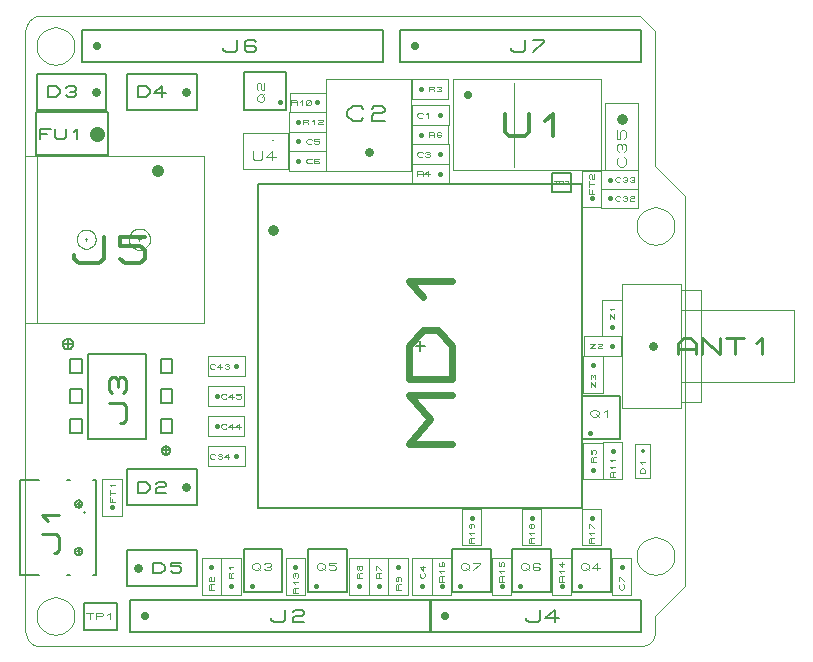
<source format=gbr>
G04 PROTEUS RS274X GERBER FILE*
%FSLAX45Y45*%
%MOMM*%
G01*
%ADD42C,0.025400*%
%ADD44C,0.127000*%
%ADD83C,0.270000*%
%ADD84C,0.239640*%
%ADD85C,0.640000*%
%ADD86C,0.177800*%
%ADD87C,0.900000*%
%ADD88C,0.613280*%
%ADD89C,0.420000*%
%ADD90C,0.067500*%
%ADD91C,1.000000*%
%ADD92C,0.379800*%
%ADD93C,0.760000*%
%ADD94C,0.149760*%
%ADD95C,1.280000*%
%ADD96C,0.142550*%
%ADD97C,0.245000*%
%ADD98C,0.720000*%
%ADD99C,0.225320*%
%ADD100C,0.684000*%
%ADD101C,0.301060*%
%ADD102C,0.180000*%
%ADD103C,0.124610*%
%ADD104C,0.914400*%
%ADD105C,0.765000*%
%ADD106C,0.202900*%
%ADD107C,0.396240*%
%ADD108C,0.103290*%
%ADD109C,0.320000*%
%ADD110C,0.067010*%
%ADD111C,0.050000*%
%ADD112C,0.088900*%
D42*
X+5492750Y+762000D02*
X+5492220Y+774958D01*
X+5487916Y+800876D01*
X+5478925Y+826794D01*
X+5464280Y+852712D01*
X+5441876Y+878466D01*
X+5415958Y+897958D01*
X+5390040Y+910530D01*
X+5364122Y+917866D01*
X+5338204Y+920694D01*
X+5334000Y+920750D01*
X+5175250Y+762000D02*
X+5175780Y+774958D01*
X+5180084Y+800876D01*
X+5189075Y+826794D01*
X+5203720Y+852712D01*
X+5226124Y+878466D01*
X+5252042Y+897958D01*
X+5277960Y+910530D01*
X+5303878Y+917866D01*
X+5329796Y+920694D01*
X+5334000Y+920750D01*
X+5175250Y+762000D02*
X+5175780Y+749042D01*
X+5180084Y+723124D01*
X+5189075Y+697206D01*
X+5203720Y+671288D01*
X+5226124Y+645534D01*
X+5252042Y+626042D01*
X+5277960Y+613470D01*
X+5303878Y+606134D01*
X+5329796Y+603306D01*
X+5334000Y+603250D01*
X+5492750Y+762000D02*
X+5492220Y+749042D01*
X+5487916Y+723124D01*
X+5478925Y+697206D01*
X+5464280Y+671288D01*
X+5441876Y+645534D01*
X+5415958Y+626042D01*
X+5390040Y+613470D01*
X+5364122Y+606134D01*
X+5338204Y+603306D01*
X+5334000Y+603250D01*
X+5492750Y+3556000D02*
X+5492220Y+3568958D01*
X+5487916Y+3594876D01*
X+5478925Y+3620794D01*
X+5464280Y+3646712D01*
X+5441876Y+3672466D01*
X+5415958Y+3691958D01*
X+5390040Y+3704530D01*
X+5364122Y+3711866D01*
X+5338204Y+3714694D01*
X+5334000Y+3714750D01*
X+5175250Y+3556000D02*
X+5175780Y+3568958D01*
X+5180084Y+3594876D01*
X+5189075Y+3620794D01*
X+5203720Y+3646712D01*
X+5226124Y+3672466D01*
X+5252042Y+3691958D01*
X+5277960Y+3704530D01*
X+5303878Y+3711866D01*
X+5329796Y+3714694D01*
X+5334000Y+3714750D01*
X+5175250Y+3556000D02*
X+5175780Y+3543042D01*
X+5180084Y+3517124D01*
X+5189075Y+3491206D01*
X+5203720Y+3465288D01*
X+5226124Y+3439534D01*
X+5252042Y+3420042D01*
X+5277960Y+3407470D01*
X+5303878Y+3400134D01*
X+5329796Y+3397306D01*
X+5334000Y+3397250D01*
X+5492750Y+3556000D02*
X+5492220Y+3543042D01*
X+5487916Y+3517124D01*
X+5478925Y+3491206D01*
X+5464280Y+3465288D01*
X+5441876Y+3439534D01*
X+5415958Y+3420042D01*
X+5390040Y+3407470D01*
X+5364122Y+3400134D01*
X+5338204Y+3397306D01*
X+5334000Y+3397250D01*
X+412750Y+5080000D02*
X+412220Y+5092958D01*
X+407916Y+5118876D01*
X+398925Y+5144794D01*
X+384280Y+5170712D01*
X+361876Y+5196466D01*
X+335958Y+5215958D01*
X+310040Y+5228530D01*
X+284122Y+5235866D01*
X+258204Y+5238694D01*
X+254000Y+5238750D01*
X+95250Y+5080000D02*
X+95780Y+5092958D01*
X+100084Y+5118876D01*
X+109075Y+5144794D01*
X+123720Y+5170712D01*
X+146124Y+5196466D01*
X+172042Y+5215958D01*
X+197960Y+5228530D01*
X+223878Y+5235866D01*
X+249796Y+5238694D01*
X+254000Y+5238750D01*
X+95250Y+5080000D02*
X+95780Y+5067042D01*
X+100084Y+5041124D01*
X+109075Y+5015206D01*
X+123720Y+4989288D01*
X+146124Y+4963534D01*
X+172042Y+4944042D01*
X+197960Y+4931470D01*
X+223878Y+4924134D01*
X+249796Y+4921306D01*
X+254000Y+4921250D01*
X+412750Y+5080000D02*
X+412220Y+5067042D01*
X+407916Y+5041124D01*
X+398925Y+5015206D01*
X+384280Y+4989288D01*
X+361876Y+4963534D01*
X+335958Y+4944042D01*
X+310040Y+4931470D01*
X+284122Y+4924134D01*
X+258204Y+4921306D01*
X+254000Y+4921250D01*
X+412750Y+254000D02*
X+412220Y+266958D01*
X+407916Y+292876D01*
X+398925Y+318794D01*
X+384280Y+344712D01*
X+361876Y+370466D01*
X+335958Y+389958D01*
X+310040Y+402530D01*
X+284122Y+409866D01*
X+258204Y+412694D01*
X+254000Y+412750D01*
X+95250Y+254000D02*
X+95780Y+266958D01*
X+100084Y+292876D01*
X+109075Y+318794D01*
X+123720Y+344712D01*
X+146124Y+370466D01*
X+172042Y+389958D01*
X+197960Y+402530D01*
X+223878Y+409866D01*
X+249796Y+412694D01*
X+254000Y+412750D01*
X+95250Y+254000D02*
X+95780Y+241042D01*
X+100084Y+215124D01*
X+109075Y+189206D01*
X+123720Y+163288D01*
X+146124Y+137534D01*
X+172042Y+118042D01*
X+197960Y+105470D01*
X+223878Y+98134D01*
X+249796Y+95306D01*
X+254000Y+95250D01*
X+412750Y+254000D02*
X+412220Y+241042D01*
X+407916Y+215124D01*
X+398925Y+189206D01*
X+384280Y+163288D01*
X+361876Y+137534D01*
X+335958Y+118042D01*
X+310040Y+105470D01*
X+284122Y+98134D01*
X+258204Y+95306D01*
X+254000Y+95250D01*
X+0Y+127000D02*
X+2527Y+101032D01*
X+9798Y+77018D01*
X+21348Y+55423D01*
X+36711Y+36711D01*
X+55423Y+21347D01*
X+77018Y+9798D01*
X+101032Y+2527D01*
X+127000Y+0D01*
X+5207000Y+0D01*
X+5232967Y+2527D01*
X+5256981Y+9798D01*
X+5278577Y+21347D01*
X+5297289Y+36711D01*
X+5312652Y+55423D01*
X+5324202Y+77018D01*
X+5331473Y+101032D01*
X+5334000Y+127000D01*
X+5334000Y+254000D01*
X+5588000Y+508000D01*
X+5588000Y+3810000D01*
X+5334000Y+4064000D01*
X+5334000Y+5207000D01*
X+5207000Y+5334000D01*
X+127000Y+5334000D01*
X+101032Y+5331473D01*
X+77018Y+5324202D01*
X+55423Y+5312652D01*
X+36711Y+5297289D01*
X+21348Y+5278577D01*
X+9798Y+5256981D01*
X+2527Y+5232967D01*
X+0Y+5207000D01*
X+0Y+127000D01*
D44*
X+480300Y+1203300D02*
X+480197Y+1205789D01*
X+479355Y+1210769D01*
X+477595Y+1215749D01*
X+474718Y+1220729D01*
X+470317Y+1225645D01*
X+465337Y+1229259D01*
X+460357Y+1231564D01*
X+455377Y+1232867D01*
X+450397Y+1233300D01*
X+450300Y+1233300D01*
X+420300Y+1203300D02*
X+420403Y+1205789D01*
X+421245Y+1210769D01*
X+423005Y+1215749D01*
X+425882Y+1220729D01*
X+430283Y+1225645D01*
X+435263Y+1229259D01*
X+440243Y+1231564D01*
X+445223Y+1232867D01*
X+450203Y+1233300D01*
X+450300Y+1233300D01*
X+420300Y+1203300D02*
X+420403Y+1200811D01*
X+421245Y+1195831D01*
X+423005Y+1190851D01*
X+425882Y+1185871D01*
X+430283Y+1180955D01*
X+435263Y+1177341D01*
X+440243Y+1175036D01*
X+445223Y+1173733D01*
X+450203Y+1173300D01*
X+450300Y+1173300D01*
X+480300Y+1203300D02*
X+480197Y+1200811D01*
X+479355Y+1195831D01*
X+477595Y+1190851D01*
X+474718Y+1185871D01*
X+470317Y+1180955D01*
X+465337Y+1177341D01*
X+460357Y+1175036D01*
X+455377Y+1173733D01*
X+450397Y+1173300D01*
X+450300Y+1173300D01*
X+480300Y+803300D02*
X+480197Y+805789D01*
X+479355Y+810769D01*
X+477595Y+815749D01*
X+474718Y+820729D01*
X+470317Y+825645D01*
X+465337Y+829259D01*
X+460357Y+831564D01*
X+455377Y+832867D01*
X+450397Y+833300D01*
X+450300Y+833300D01*
X+420300Y+803300D02*
X+420403Y+805789D01*
X+421245Y+810769D01*
X+423005Y+815749D01*
X+425882Y+820729D01*
X+430283Y+825645D01*
X+435263Y+829259D01*
X+440243Y+831564D01*
X+445223Y+832867D01*
X+450203Y+833300D01*
X+450300Y+833300D01*
X+420300Y+803300D02*
X+420403Y+800811D01*
X+421245Y+795831D01*
X+423005Y+790851D01*
X+425882Y+785871D01*
X+430283Y+780955D01*
X+435263Y+777341D01*
X+440243Y+775036D01*
X+445223Y+773733D01*
X+450203Y+773300D01*
X+450300Y+773300D01*
X+480300Y+803300D02*
X+480197Y+800811D01*
X+479355Y+795831D01*
X+477595Y+790851D01*
X+474718Y+785871D01*
X+470317Y+780955D01*
X+465337Y+777341D01*
X+460357Y+775036D01*
X+455377Y+773733D01*
X+450397Y+773300D01*
X+450300Y+773300D01*
X+115300Y+1403300D02*
X-44700Y+1403300D01*
X-44700Y+603300D01*
X+115300Y+603300D01*
X+355300Y+603300D02*
X+375300Y+603300D01*
X+595300Y+603300D02*
X+595300Y+1403300D01*
X+450300Y+818300D02*
X+450300Y+788300D01*
X+465300Y+803300D02*
X+435300Y+803300D01*
X+450300Y+1218300D02*
X+450300Y+1188300D01*
X+465300Y+1203300D02*
X+435300Y+1203300D01*
X+575300Y+603300D02*
X+595300Y+603300D01*
X+575300Y+1403300D02*
X+595300Y+1403300D01*
X+355300Y+1403300D02*
X+375300Y+1403300D01*
D83*
X+495300Y+1133300D02*
X+495300Y+1133300D01*
D84*
X+239340Y+787619D02*
X+263305Y+787619D01*
X+287269Y+814579D01*
X+287269Y+922419D01*
X+263305Y+949379D01*
X+143482Y+949379D01*
X+191411Y+1057220D02*
X+143482Y+1111140D01*
X+287269Y+1111140D01*
D42*
X+480300Y+803300D02*
X+480197Y+805789D01*
X+479355Y+810769D01*
X+477595Y+815749D01*
X+474718Y+820729D01*
X+470317Y+825645D01*
X+465337Y+829259D01*
X+460357Y+831564D01*
X+455377Y+832867D01*
X+450397Y+833300D01*
X+450300Y+833300D01*
X+420300Y+803300D02*
X+420403Y+805789D01*
X+421245Y+810769D01*
X+423005Y+815749D01*
X+425882Y+820729D01*
X+430283Y+825645D01*
X+435263Y+829259D01*
X+440243Y+831564D01*
X+445223Y+832867D01*
X+450203Y+833300D01*
X+450300Y+833300D01*
X+420300Y+803300D02*
X+420403Y+800811D01*
X+421245Y+795831D01*
X+423005Y+790851D01*
X+425882Y+785871D01*
X+430283Y+780955D01*
X+435263Y+777341D01*
X+440243Y+775036D01*
X+445223Y+773733D01*
X+450203Y+773300D01*
X+450300Y+773300D01*
X+480300Y+803300D02*
X+480197Y+800811D01*
X+479355Y+795831D01*
X+477595Y+790851D01*
X+474718Y+785871D01*
X+470317Y+780955D01*
X+465337Y+777341D01*
X+460357Y+775036D01*
X+455377Y+773733D01*
X+450397Y+773300D01*
X+450300Y+773300D01*
X+480300Y+1203300D02*
X+480197Y+1205789D01*
X+479355Y+1210769D01*
X+477595Y+1215749D01*
X+474718Y+1220729D01*
X+470317Y+1225645D01*
X+465337Y+1229259D01*
X+460357Y+1231564D01*
X+455377Y+1232867D01*
X+450397Y+1233300D01*
X+450300Y+1233300D01*
X+420300Y+1203300D02*
X+420403Y+1205789D01*
X+421245Y+1210769D01*
X+423005Y+1215749D01*
X+425882Y+1220729D01*
X+430283Y+1225645D01*
X+435263Y+1229259D01*
X+440243Y+1231564D01*
X+445223Y+1232867D01*
X+450203Y+1233300D01*
X+450300Y+1233300D01*
X+420300Y+1203300D02*
X+420403Y+1200811D01*
X+421245Y+1195831D01*
X+423005Y+1190851D01*
X+425882Y+1185871D01*
X+430283Y+1180955D01*
X+435263Y+1177341D01*
X+440243Y+1175036D01*
X+445223Y+1173733D01*
X+450203Y+1173300D01*
X+450300Y+1173300D01*
X+480300Y+1203300D02*
X+480197Y+1200811D01*
X+479355Y+1195831D01*
X+477595Y+1190851D01*
X+474718Y+1185871D01*
X+470317Y+1180955D01*
X+465337Y+1177341D01*
X+460357Y+1175036D01*
X+455377Y+1173733D01*
X+450397Y+1173300D01*
X+450300Y+1173300D01*
D44*
X+882650Y+120650D02*
X+3435350Y+120650D01*
X+3435350Y+387350D01*
X+882650Y+387350D01*
X+882650Y+120650D01*
D85*
X+1016000Y+254000D02*
X+1016000Y+254000D01*
D86*
X+2081655Y+236220D02*
X+2081655Y+218440D01*
X+2101657Y+200660D01*
X+2181667Y+200660D01*
X+2201670Y+218440D01*
X+2201670Y+307340D01*
X+2261677Y+289560D02*
X+2281680Y+307340D01*
X+2341687Y+307340D01*
X+2361690Y+289560D01*
X+2361690Y+271780D01*
X+2341687Y+254000D01*
X+2281680Y+254000D01*
X+2261677Y+236220D01*
X+2261677Y+200660D01*
X+2361690Y+200660D01*
D44*
X+3422650Y+120650D02*
X+5213350Y+120650D01*
X+5213350Y+387350D01*
X+3422650Y+387350D01*
X+3422650Y+120650D01*
D85*
X+3556000Y+254000D02*
X+3556000Y+254000D01*
D86*
X+4240655Y+236220D02*
X+4240655Y+218440D01*
X+4260657Y+200660D01*
X+4340667Y+200660D01*
X+4360670Y+218440D01*
X+4360670Y+307340D01*
X+4520690Y+236220D02*
X+4400675Y+236220D01*
X+4480685Y+307340D01*
X+4480685Y+200660D01*
D44*
X+476250Y+4946650D02*
X+3028950Y+4946650D01*
X+3028950Y+5213350D01*
X+476250Y+5213350D01*
X+476250Y+4946650D01*
D85*
X+609600Y+5080000D02*
X+609600Y+5080000D01*
D86*
X+1675255Y+5062220D02*
X+1675255Y+5044440D01*
X+1695257Y+5026660D01*
X+1775267Y+5026660D01*
X+1795270Y+5044440D01*
X+1795270Y+5133340D01*
X+1955290Y+5115560D02*
X+1935287Y+5133340D01*
X+1875280Y+5133340D01*
X+1855277Y+5115560D01*
X+1855277Y+5044440D01*
X+1875280Y+5026660D01*
X+1935287Y+5026660D01*
X+1955290Y+5044440D01*
X+1955290Y+5062220D01*
X+1935287Y+5080000D01*
X+1855277Y+5080000D01*
D44*
X+3168650Y+4946650D02*
X+5213350Y+4946650D01*
X+5213350Y+5213350D01*
X+3168650Y+5213350D01*
X+3168650Y+4946650D01*
D85*
X+3302000Y+5080000D02*
X+3302000Y+5080000D01*
D86*
X+4113655Y+5062220D02*
X+4113655Y+5044440D01*
X+4133657Y+5026660D01*
X+4213667Y+5026660D01*
X+4233670Y+5044440D01*
X+4233670Y+5133340D01*
X+4293677Y+5133340D02*
X+4393690Y+5133340D01*
X+4393690Y+5115560D01*
X+4293677Y+5026660D01*
D44*
X+3303400Y+2540000D02*
X+3383400Y+2540000D01*
X+3343400Y+2580000D02*
X+3343400Y+2500000D01*
X+1973400Y+1170000D02*
X+4713400Y+1170000D01*
X+4713400Y+3910000D01*
X+1973400Y+3910000D01*
X+1973400Y+1170000D01*
D87*
X+2094200Y+3520000D02*
X+2094200Y+3520000D01*
D88*
X+3613461Y+1712065D02*
X+3245490Y+1712065D01*
X+3429475Y+1919048D01*
X+3245490Y+2126032D01*
X+3613461Y+2126032D01*
X+3613461Y+2264022D02*
X+3245490Y+2264022D01*
X+3245490Y+2540000D01*
X+3368147Y+2677989D01*
X+3490804Y+2677989D01*
X+3613461Y+2540000D01*
X+3613461Y+2264022D01*
X+3368147Y+2953968D02*
X+3245490Y+3091957D01*
X+3613461Y+3091957D01*
D42*
X+651755Y+1102100D02*
X+816855Y+1102100D01*
X+816855Y+1413250D01*
X+651755Y+1413250D01*
X+651755Y+1102100D01*
D89*
X+734300Y+1178300D02*
X+734300Y+1178300D01*
D90*
X+754557Y+1215778D02*
X+714054Y+1215778D01*
X+714054Y+1261344D01*
X+734305Y+1215778D02*
X+734305Y+1246155D01*
X+714054Y+1276533D02*
X+714054Y+1322099D01*
X+714054Y+1299316D02*
X+754557Y+1299316D01*
X+727555Y+1352476D02*
X+714054Y+1367665D01*
X+754557Y+1367665D01*
D42*
X-300Y+2738900D02*
X+1509700Y+2738900D01*
X+1509700Y+4148900D01*
X-300Y+4148900D01*
X-300Y+2738900D01*
X+594700Y+3443900D02*
X+594428Y+3450496D01*
X+592214Y+3463690D01*
X+587584Y+3476884D01*
X+580027Y+3490078D01*
X+568465Y+3503140D01*
X+555271Y+3512849D01*
X+542077Y+3519070D01*
X+528883Y+3522633D01*
X+515689Y+3523894D01*
X+514700Y+3523900D01*
X+434700Y+3443900D02*
X+434972Y+3450496D01*
X+437186Y+3463690D01*
X+441816Y+3476884D01*
X+449373Y+3490078D01*
X+460935Y+3503140D01*
X+474129Y+3512849D01*
X+487323Y+3519070D01*
X+500517Y+3522633D01*
X+513711Y+3523894D01*
X+514700Y+3523900D01*
X+434700Y+3443900D02*
X+434972Y+3437304D01*
X+437186Y+3424110D01*
X+441816Y+3410916D01*
X+449373Y+3397722D01*
X+460935Y+3384660D01*
X+474129Y+3374951D01*
X+487323Y+3368730D01*
X+500517Y+3365167D01*
X+513711Y+3363906D01*
X+514700Y+3363900D01*
X+594700Y+3443900D02*
X+594428Y+3437304D01*
X+592214Y+3424110D01*
X+587584Y+3410916D01*
X+580027Y+3397722D01*
X+568465Y+3384660D01*
X+555271Y+3374951D01*
X+542077Y+3368730D01*
X+528883Y+3365167D01*
X+515689Y+3363906D01*
X+514700Y+3363900D01*
X+1054700Y+3443900D02*
X+1054394Y+3451311D01*
X+1051910Y+3466135D01*
X+1046716Y+3480959D01*
X+1038240Y+3495783D01*
X+1025272Y+3510466D01*
X+1010448Y+3521406D01*
X+995624Y+3528420D01*
X+980800Y+3532448D01*
X+965976Y+3533891D01*
X+964700Y+3533900D01*
X+874700Y+3443900D02*
X+875006Y+3451311D01*
X+877490Y+3466135D01*
X+882684Y+3480959D01*
X+891160Y+3495783D01*
X+904128Y+3510466D01*
X+918952Y+3521406D01*
X+933776Y+3528420D01*
X+948600Y+3532448D01*
X+963424Y+3533891D01*
X+964700Y+3533900D01*
X+874700Y+3443900D02*
X+875006Y+3436489D01*
X+877490Y+3421665D01*
X+882684Y+3406841D01*
X+891160Y+3392017D01*
X+904128Y+3377334D01*
X+918952Y+3366394D01*
X+933776Y+3359380D01*
X+948600Y+3355352D01*
X+963424Y+3353909D01*
X+964700Y+3353900D01*
X+1054700Y+3443900D02*
X+1054394Y+3436489D01*
X+1051910Y+3421665D01*
X+1046716Y+3406841D01*
X+1038240Y+3392017D01*
X+1025272Y+3377334D01*
X+1010448Y+3366394D01*
X+995624Y+3359380D01*
X+980800Y+3355352D01*
X+965976Y+3353909D01*
X+964700Y+3353900D01*
X+964700Y+3453900D02*
X+964700Y+3433900D01*
X+954700Y+3443900D02*
X+974700Y+3443900D01*
X+514700Y+3453900D02*
X+514700Y+3433900D01*
X+504700Y+3443900D02*
X+524700Y+3443900D01*
X+95600Y+2742550D02*
X+95600Y+4145900D01*
D91*
X+1124700Y+4018900D02*
X+1124700Y+4018900D01*
D92*
X+412877Y+3315284D02*
X+412877Y+3277304D01*
X+455604Y+3239323D01*
X+626516Y+3239323D01*
X+669244Y+3277304D01*
X+669244Y+3467206D01*
X+1011067Y+3467206D02*
X+797427Y+3467206D01*
X+797427Y+3391245D01*
X+968339Y+3391245D01*
X+1011067Y+3353265D01*
X+1011067Y+3277304D01*
X+968339Y+3239323D01*
X+840155Y+3239323D01*
X+797427Y+3277304D01*
D44*
X+860200Y+1193250D02*
X+1450200Y+1193250D01*
X+1450200Y+1495950D01*
X+860200Y+1495950D01*
X+860200Y+1193250D01*
D93*
X+1360200Y+1344600D02*
X+1360200Y+1344600D01*
D94*
X+956411Y+1299670D02*
X+956411Y+1389529D01*
X+1023805Y+1389529D01*
X+1057502Y+1359576D01*
X+1057502Y+1329623D01*
X+1023805Y+1299670D01*
X+956411Y+1299670D01*
X+1108048Y+1374553D02*
X+1124897Y+1389529D01*
X+1175443Y+1389529D01*
X+1192291Y+1374553D01*
X+1192291Y+1359576D01*
X+1175443Y+1344600D01*
X+1124897Y+1344600D01*
X+1108048Y+1329623D01*
X+1108048Y+1299670D01*
X+1192291Y+1299670D01*
D42*
X+594700Y+3443900D02*
X+594428Y+3450496D01*
X+592214Y+3463690D01*
X+587584Y+3476884D01*
X+580027Y+3490078D01*
X+568465Y+3503140D01*
X+555271Y+3512849D01*
X+542077Y+3519070D01*
X+528883Y+3522633D01*
X+515689Y+3523894D01*
X+514700Y+3523900D01*
X+434700Y+3443900D02*
X+434972Y+3450496D01*
X+437186Y+3463690D01*
X+441816Y+3476884D01*
X+449373Y+3490078D01*
X+460935Y+3503140D01*
X+474129Y+3512849D01*
X+487323Y+3519070D01*
X+500517Y+3522633D01*
X+513711Y+3523894D01*
X+514700Y+3523900D01*
X+434700Y+3443900D02*
X+434972Y+3437304D01*
X+437186Y+3424110D01*
X+441816Y+3410916D01*
X+449373Y+3397722D01*
X+460935Y+3384660D01*
X+474129Y+3374951D01*
X+487323Y+3368730D01*
X+500517Y+3365167D01*
X+513711Y+3363906D01*
X+514700Y+3363900D01*
X+594700Y+3443900D02*
X+594428Y+3437304D01*
X+592214Y+3424110D01*
X+587584Y+3410916D01*
X+580027Y+3397722D01*
X+568465Y+3384660D01*
X+555271Y+3374951D01*
X+542077Y+3368730D01*
X+528883Y+3365167D01*
X+515689Y+3363906D01*
X+514700Y+3363900D01*
X+1054700Y+3443900D02*
X+1054394Y+3451311D01*
X+1051910Y+3466135D01*
X+1046716Y+3480959D01*
X+1038240Y+3495783D01*
X+1025272Y+3510466D01*
X+1010448Y+3521406D01*
X+995624Y+3528420D01*
X+980800Y+3532448D01*
X+965976Y+3533891D01*
X+964700Y+3533900D01*
X+874700Y+3443900D02*
X+875006Y+3451311D01*
X+877490Y+3466135D01*
X+882684Y+3480959D01*
X+891160Y+3495783D01*
X+904128Y+3510466D01*
X+918952Y+3521406D01*
X+933776Y+3528420D01*
X+948600Y+3532448D01*
X+963424Y+3533891D01*
X+964700Y+3533900D01*
X+874700Y+3443900D02*
X+875006Y+3436489D01*
X+877490Y+3421665D01*
X+882684Y+3406841D01*
X+891160Y+3392017D01*
X+904128Y+3377334D01*
X+918952Y+3366394D01*
X+933776Y+3359380D01*
X+948600Y+3355352D01*
X+963424Y+3353909D01*
X+964700Y+3353900D01*
X+1054700Y+3443900D02*
X+1054394Y+3436489D01*
X+1051910Y+3421665D01*
X+1046716Y+3406841D01*
X+1038240Y+3392017D01*
X+1025272Y+3377334D01*
X+1010448Y+3366394D01*
X+995624Y+3359380D01*
X+980800Y+3355352D01*
X+965976Y+3353909D01*
X+964700Y+3353900D01*
D44*
X+90050Y+4158700D02*
X+700050Y+4158700D01*
X+700050Y+4518700D01*
X+90050Y+4518700D01*
X+90050Y+4158700D01*
D95*
X+605050Y+4338700D02*
X+605050Y+4338700D01*
D96*
X+119933Y+4295935D02*
X+119933Y+4381465D01*
X+216154Y+4381465D01*
X+119933Y+4338700D02*
X+184080Y+4338700D01*
X+248228Y+4381465D02*
X+248228Y+4310190D01*
X+264264Y+4295935D01*
X+328412Y+4295935D01*
X+344449Y+4310190D01*
X+344449Y+4381465D01*
X+408596Y+4352955D02*
X+440670Y+4381465D01*
X+440670Y+4295935D01*
D44*
X+95050Y+4542950D02*
X+685050Y+4542950D01*
X+685050Y+4845650D01*
X+95050Y+4845650D01*
X+95050Y+4542950D01*
D93*
X+595050Y+4694300D02*
X+595050Y+4694300D01*
D94*
X+191261Y+4649370D02*
X+191261Y+4739229D01*
X+258655Y+4739229D01*
X+292352Y+4709276D01*
X+292352Y+4679323D01*
X+258655Y+4649370D01*
X+191261Y+4649370D01*
X+342898Y+4724253D02*
X+359747Y+4739229D01*
X+410293Y+4739229D01*
X+427141Y+4724253D01*
X+427141Y+4709276D01*
X+410293Y+4694300D01*
X+427141Y+4679323D01*
X+427141Y+4664346D01*
X+410293Y+4649370D01*
X+359747Y+4649370D01*
X+342898Y+4664346D01*
X+376595Y+4694300D02*
X+410293Y+4694300D01*
D44*
X+1225050Y+1656200D02*
X+1224929Y+1659102D01*
X+1223949Y+1664908D01*
X+1221899Y+1670714D01*
X+1218547Y+1676520D01*
X+1213421Y+1682254D01*
X+1207615Y+1686473D01*
X+1201809Y+1689166D01*
X+1196003Y+1690690D01*
X+1190197Y+1691200D01*
X+1190050Y+1691200D01*
X+1155050Y+1656200D02*
X+1155171Y+1659102D01*
X+1156151Y+1664908D01*
X+1158201Y+1670714D01*
X+1161553Y+1676520D01*
X+1166679Y+1682254D01*
X+1172485Y+1686473D01*
X+1178291Y+1689166D01*
X+1184097Y+1690690D01*
X+1189903Y+1691200D01*
X+1190050Y+1691200D01*
X+1155050Y+1656200D02*
X+1155171Y+1653298D01*
X+1156151Y+1647492D01*
X+1158201Y+1641686D01*
X+1161553Y+1635880D01*
X+1166679Y+1630146D01*
X+1172485Y+1625927D01*
X+1178291Y+1623234D01*
X+1184097Y+1621710D01*
X+1189903Y+1621200D01*
X+1190050Y+1621200D01*
X+1225050Y+1656200D02*
X+1224929Y+1653298D01*
X+1223949Y+1647492D01*
X+1221899Y+1641686D01*
X+1218547Y+1635880D01*
X+1213421Y+1630146D01*
X+1207615Y+1625927D01*
X+1201809Y+1623234D01*
X+1196003Y+1621710D01*
X+1190197Y+1621200D01*
X+1190050Y+1621200D01*
X+1190050Y+1691200D02*
X+1190050Y+1621200D01*
X+1225050Y+1656200D02*
X+1155050Y+1656200D01*
X+405050Y+2556200D02*
X+404895Y+2559927D01*
X+403639Y+2567382D01*
X+401009Y+2574837D01*
X+396713Y+2582292D01*
X+390143Y+2589658D01*
X+382688Y+2595091D01*
X+375233Y+2598561D01*
X+367778Y+2600531D01*
X+360323Y+2601199D01*
X+360050Y+2601200D01*
X+315050Y+2556200D02*
X+315205Y+2559927D01*
X+316461Y+2567382D01*
X+319091Y+2574837D01*
X+323387Y+2582292D01*
X+329957Y+2589658D01*
X+337412Y+2595091D01*
X+344867Y+2598561D01*
X+352322Y+2600531D01*
X+359777Y+2601199D01*
X+360050Y+2601200D01*
X+315050Y+2556200D02*
X+315205Y+2552473D01*
X+316461Y+2545018D01*
X+319091Y+2537563D01*
X+323387Y+2530108D01*
X+329957Y+2522742D01*
X+337412Y+2517309D01*
X+344867Y+2513839D01*
X+352322Y+2511869D01*
X+359777Y+2511201D01*
X+360050Y+2511200D01*
X+405050Y+2556200D02*
X+404895Y+2552473D01*
X+403639Y+2545018D01*
X+401009Y+2537563D01*
X+396713Y+2530108D01*
X+390143Y+2522742D01*
X+382688Y+2517309D01*
X+375233Y+2513839D01*
X+367778Y+2511869D01*
X+360323Y+2511201D01*
X+360050Y+2511200D01*
X+360050Y+2601200D02*
X+360050Y+2511200D01*
X+405050Y+2556200D02*
X+315050Y+2556200D01*
X+530050Y+1756200D02*
X+1020050Y+1756200D01*
X+1020050Y+2476200D01*
X+530050Y+2476200D01*
X+530050Y+1756200D01*
X+380050Y+2310200D02*
X+480050Y+2310200D01*
X+480050Y+2430200D01*
X+380050Y+2430200D01*
X+380050Y+2310200D01*
X+380050Y+1802200D02*
X+480050Y+1802200D01*
X+480050Y+1922200D01*
X+380050Y+1922200D01*
X+380050Y+1802200D01*
X+1145050Y+1802200D02*
X+1245050Y+1802200D01*
X+1245050Y+1922200D01*
X+1145050Y+1922200D01*
X+1145050Y+1802200D01*
X+380050Y+2056200D02*
X+480050Y+2056200D01*
X+480050Y+2176200D01*
X+380050Y+2176200D01*
X+380050Y+2056200D01*
X+1145050Y+2056200D02*
X+1245050Y+2056200D01*
X+1245050Y+2176200D01*
X+1145050Y+2176200D01*
X+1145050Y+2056200D01*
X+1145050Y+2310200D02*
X+1245050Y+2310200D01*
X+1245050Y+2430200D01*
X+1145050Y+2430200D01*
X+1145050Y+2310200D01*
D97*
X+804550Y+1890700D02*
X+829050Y+1890700D01*
X+853550Y+1918262D01*
X+853550Y+2028512D01*
X+829050Y+2056075D01*
X+706550Y+2056075D01*
X+731050Y+2138762D02*
X+706550Y+2166325D01*
X+706550Y+2249012D01*
X+731050Y+2276575D01*
X+755550Y+2276575D01*
X+780050Y+2249012D01*
X+804550Y+2276575D01*
X+829050Y+2276575D01*
X+853550Y+2249012D01*
X+853550Y+2166325D01*
X+829050Y+2138762D01*
X+780050Y+2193887D02*
X+780050Y+2249012D01*
D42*
X+5047450Y+2013500D02*
X+5552450Y+2013500D01*
X+5552450Y+3066500D01*
X+5047450Y+3066500D01*
X+5047450Y+2013500D01*
X+5552450Y+2063500D02*
X+5717450Y+2063500D01*
X+5717450Y+3016500D01*
X+5552450Y+3016500D01*
X+5552450Y+2063500D01*
X+5552450Y+2238500D02*
X+6505450Y+2238500D01*
X+6505450Y+2841500D01*
X+5552450Y+2841500D01*
X+5552450Y+2238500D01*
D98*
X+5314950Y+2540000D02*
X+5314950Y+2540000D01*
D99*
X+5523257Y+2472403D02*
X+5523257Y+2562532D01*
X+5573954Y+2607596D01*
X+5624651Y+2607596D01*
X+5675348Y+2562532D01*
X+5675348Y+2472403D01*
X+5523257Y+2517467D02*
X+5675348Y+2517467D01*
X+5726046Y+2472403D02*
X+5726046Y+2607596D01*
X+5878137Y+2472403D01*
X+5878137Y+2607596D01*
X+5928835Y+2607596D02*
X+6080926Y+2607596D01*
X+6004880Y+2607596D02*
X+6004880Y+2472403D01*
X+6182321Y+2562532D02*
X+6233018Y+2607596D01*
X+6233018Y+2472403D01*
D42*
X+4883155Y+2622550D02*
X+5048255Y+2622550D01*
X+5048255Y+2933700D01*
X+4883155Y+2933700D01*
X+4883155Y+2622550D01*
D89*
X+4965700Y+2698750D02*
X+4965700Y+2698750D01*
D90*
X+4945454Y+2766605D02*
X+4945454Y+2812171D01*
X+4985957Y+2766605D01*
X+4985957Y+2812171D01*
X+4958955Y+2842548D02*
X+4945454Y+2857737D01*
X+4985957Y+2857737D01*
D42*
X+4730750Y+2457455D02*
X+5041900Y+2457455D01*
X+5041900Y+2622555D01*
X+4730750Y+2622555D01*
X+4730750Y+2457455D01*
D89*
X+4965700Y+2540000D02*
X+4965700Y+2540000D01*
D90*
X+4776335Y+2560256D02*
X+4821901Y+2560256D01*
X+4776335Y+2519753D01*
X+4821901Y+2519753D01*
X+4844684Y+2553506D02*
X+4852278Y+2560256D01*
X+4875061Y+2560256D01*
X+4882656Y+2553506D01*
X+4882656Y+2546755D01*
X+4875061Y+2540005D01*
X+4852278Y+2540005D01*
X+4844684Y+2533254D01*
X+4844684Y+2519753D01*
X+4882656Y+2519753D01*
D42*
X+4723145Y+2146300D02*
X+4888245Y+2146300D01*
X+4888245Y+2457450D01*
X+4723145Y+2457450D01*
X+4723145Y+2146300D01*
D89*
X+4805700Y+2381250D02*
X+4805700Y+2381250D01*
D90*
X+4785444Y+2191885D02*
X+4785444Y+2237451D01*
X+4825947Y+2191885D01*
X+4825947Y+2237451D01*
X+4792194Y+2260234D02*
X+4785444Y+2267828D01*
X+4785444Y+2290611D01*
X+4792194Y+2298206D01*
X+4798945Y+2298206D01*
X+4805695Y+2290611D01*
X+4812446Y+2298206D01*
X+4819197Y+2298206D01*
X+4825947Y+2290611D01*
X+4825947Y+2267828D01*
X+4819197Y+2260234D01*
X+4805695Y+2275423D02*
X+4805695Y+2290611D01*
D42*
X+1544100Y+2287655D02*
X+1855250Y+2287655D01*
X+1855250Y+2452755D01*
X+1544100Y+2452755D01*
X+1544100Y+2287655D01*
D89*
X+1779050Y+2370200D02*
X+1779050Y+2370200D01*
D90*
X+1604874Y+2356703D02*
X+1597279Y+2349953D01*
X+1574496Y+2349953D01*
X+1559308Y+2363454D01*
X+1559308Y+2376955D01*
X+1574496Y+2390456D01*
X+1597279Y+2390456D01*
X+1604874Y+2383706D01*
X+1665629Y+2363454D02*
X+1620063Y+2363454D01*
X+1650440Y+2390456D01*
X+1650440Y+2349953D01*
X+1688412Y+2383706D02*
X+1696006Y+2390456D01*
X+1718789Y+2390456D01*
X+1726384Y+2383706D01*
X+1726384Y+2376955D01*
X+1718789Y+2370205D01*
X+1726384Y+2363454D01*
X+1726384Y+2356703D01*
X+1718789Y+2349953D01*
X+1696006Y+2349953D01*
X+1688412Y+2356703D01*
X+1703601Y+2370205D02*
X+1718789Y+2370205D01*
D42*
X+1542850Y+1779645D02*
X+1854000Y+1779645D01*
X+1854000Y+1944745D01*
X+1542850Y+1944745D01*
X+1542850Y+1779645D01*
D89*
X+1619050Y+1862200D02*
X+1619050Y+1862200D01*
D90*
X+1702094Y+1848693D02*
X+1694499Y+1841943D01*
X+1671716Y+1841943D01*
X+1656528Y+1855444D01*
X+1656528Y+1868945D01*
X+1671716Y+1882446D01*
X+1694499Y+1882446D01*
X+1702094Y+1875696D01*
X+1762849Y+1855444D02*
X+1717283Y+1855444D01*
X+1747660Y+1882446D01*
X+1747660Y+1841943D01*
X+1823604Y+1855444D02*
X+1778038Y+1855444D01*
X+1808415Y+1882446D01*
X+1808415Y+1841943D01*
D42*
X+1542850Y+2033645D02*
X+1854000Y+2033645D01*
X+1854000Y+2198745D01*
X+1542850Y+2198745D01*
X+1542850Y+2033645D01*
D89*
X+1619050Y+2116200D02*
X+1619050Y+2116200D01*
D90*
X+1702094Y+2102693D02*
X+1694499Y+2095943D01*
X+1671716Y+2095943D01*
X+1656528Y+2109444D01*
X+1656528Y+2122945D01*
X+1671716Y+2136446D01*
X+1694499Y+2136446D01*
X+1702094Y+2129696D01*
X+1762849Y+2109444D02*
X+1717283Y+2109444D01*
X+1747660Y+2136446D01*
X+1747660Y+2095943D01*
X+1823604Y+2136446D02*
X+1785632Y+2136446D01*
X+1785632Y+2122945D01*
X+1816009Y+2122945D01*
X+1823604Y+2116195D01*
X+1823604Y+2102693D01*
X+1816009Y+2095943D01*
X+1793226Y+2095943D01*
X+1785632Y+2102693D01*
D42*
X+1544100Y+1525655D02*
X+1855250Y+1525655D01*
X+1855250Y+1690755D01*
X+1544100Y+1690755D01*
X+1544100Y+1525655D01*
D89*
X+1779050Y+1608200D02*
X+1779050Y+1608200D01*
D90*
X+1604874Y+1594703D02*
X+1597279Y+1587953D01*
X+1574496Y+1587953D01*
X+1559308Y+1601454D01*
X+1559308Y+1614955D01*
X+1574496Y+1628456D01*
X+1597279Y+1628456D01*
X+1604874Y+1621706D01*
X+1627657Y+1621706D02*
X+1635251Y+1628456D01*
X+1658034Y+1628456D01*
X+1665629Y+1621706D01*
X+1665629Y+1614955D01*
X+1658034Y+1608205D01*
X+1665629Y+1601454D01*
X+1665629Y+1594703D01*
X+1658034Y+1587953D01*
X+1635251Y+1587953D01*
X+1627657Y+1594703D01*
X+1642846Y+1608205D02*
X+1658034Y+1608205D01*
X+1726384Y+1601454D02*
X+1680818Y+1601454D01*
X+1711195Y+1628456D01*
X+1711195Y+1587953D01*
D42*
X+3616250Y+4027300D02*
X+4873250Y+4027300D01*
X+4873250Y+4797300D01*
X+3616250Y+4797300D01*
X+3616250Y+4027300D01*
X+4132900Y+4767900D02*
X+4132900Y+4056700D01*
D100*
X+3747500Y+4666300D02*
X+3747500Y+4666300D01*
D101*
X+4057156Y+4502618D02*
X+4057156Y+4352088D01*
X+4091025Y+4321982D01*
X+4226502Y+4321982D01*
X+4260371Y+4352088D01*
X+4260371Y+4502618D01*
X+4395848Y+4442406D02*
X+4463587Y+4502618D01*
X+4463587Y+4321982D01*
D42*
X+1843100Y+4040900D02*
X+2227100Y+4040900D01*
X+2227100Y+4344900D01*
X+1843100Y+4344900D01*
X+1843100Y+4040900D01*
D102*
X+2095100Y+4282900D02*
X+2095100Y+4282900D01*
D103*
X+1922949Y+4194149D02*
X+1922949Y+4131842D01*
X+1936967Y+4119381D01*
X+1993043Y+4119381D01*
X+2007062Y+4131842D01*
X+2007062Y+4194149D01*
X+2119213Y+4144304D02*
X+2035100Y+4144304D01*
X+2091175Y+4194149D01*
X+2091175Y+4119381D01*
D42*
X+4904800Y+4032150D02*
X+5189800Y+4032150D01*
X+5189800Y+4597150D01*
X+4904800Y+4597150D01*
X+4904800Y+4032150D01*
D104*
X+5047300Y+4464650D02*
X+5047300Y+4464650D01*
D103*
X+5072324Y+4140452D02*
X+5084835Y+4126376D01*
X+5084835Y+4084150D01*
X+5059812Y+4055999D01*
X+5034789Y+4055999D01*
X+5009766Y+4084150D01*
X+5009766Y+4126376D01*
X+5022277Y+4140452D01*
X+5022277Y+4182678D02*
X+5009766Y+4196754D01*
X+5009766Y+4238980D01*
X+5022277Y+4253056D01*
X+5034789Y+4253056D01*
X+5047300Y+4238980D01*
X+5059812Y+4253056D01*
X+5072324Y+4253056D01*
X+5084835Y+4238980D01*
X+5084835Y+4196754D01*
X+5072324Y+4182678D01*
X+5047300Y+4210829D02*
X+5047300Y+4238980D01*
X+5009766Y+4365660D02*
X+5009766Y+4295282D01*
X+5034789Y+4295282D01*
X+5034789Y+4351584D01*
X+5047300Y+4365660D01*
X+5072324Y+4365660D01*
X+5084835Y+4351584D01*
X+5084835Y+4309358D01*
X+5072324Y+4295282D01*
D42*
X+2548050Y+4020900D02*
X+3268050Y+4020900D01*
X+3268050Y+4800900D01*
X+2548050Y+4800900D01*
X+2548050Y+4020900D01*
D105*
X+2908050Y+4180900D02*
X+2908050Y+4180900D01*
D106*
X+2862396Y+4470079D02*
X+2839570Y+4449788D01*
X+2771090Y+4449788D01*
X+2725437Y+4490369D01*
X+2725437Y+4530950D01*
X+2771090Y+4571531D01*
X+2839570Y+4571531D01*
X+2862396Y+4551240D01*
X+2930876Y+4551240D02*
X+2953703Y+4571531D01*
X+3022183Y+4571531D01*
X+3045009Y+4551240D01*
X+3045009Y+4530950D01*
X+3022183Y+4510660D01*
X+2953703Y+4510660D01*
X+2930876Y+4490369D01*
X+2930876Y+4449788D01*
X+3045009Y+4449788D01*
D42*
X+4710755Y+3713800D02*
X+4875855Y+3713800D01*
X+4875855Y+4024950D01*
X+4710755Y+4024950D01*
X+4710755Y+3713800D01*
D89*
X+4793300Y+3790000D02*
X+4793300Y+3790000D01*
D90*
X+4813557Y+3827478D02*
X+4773054Y+3827478D01*
X+4773054Y+3873044D01*
X+4793305Y+3827478D02*
X+4793305Y+3857855D01*
X+4773054Y+3888233D02*
X+4773054Y+3933799D01*
X+4773054Y+3911016D02*
X+4813557Y+3911016D01*
X+4779804Y+3956582D02*
X+4773054Y+3964176D01*
X+4773054Y+3986959D01*
X+4779804Y+3994554D01*
X+4786555Y+3994554D01*
X+4793305Y+3986959D01*
X+4793305Y+3964176D01*
X+4800056Y+3956582D01*
X+4813557Y+3956582D01*
X+4813557Y+3994554D01*
D42*
X+4875850Y+3708695D02*
X+5187000Y+3708695D01*
X+5187000Y+3873795D01*
X+4875850Y+3873795D01*
X+4875850Y+3708695D01*
D89*
X+4952050Y+3791250D02*
X+4952050Y+3791250D01*
D90*
X+5035094Y+3777743D02*
X+5027499Y+3770993D01*
X+5004716Y+3770993D01*
X+4989528Y+3784494D01*
X+4989528Y+3797995D01*
X+5004716Y+3811496D01*
X+5027499Y+3811496D01*
X+5035094Y+3804746D01*
X+5057877Y+3804746D02*
X+5065471Y+3811496D01*
X+5088254Y+3811496D01*
X+5095849Y+3804746D01*
X+5095849Y+3797995D01*
X+5088254Y+3791245D01*
X+5095849Y+3784494D01*
X+5095849Y+3777743D01*
X+5088254Y+3770993D01*
X+5065471Y+3770993D01*
X+5057877Y+3777743D01*
X+5073066Y+3791245D02*
X+5088254Y+3791245D01*
X+5118632Y+3804746D02*
X+5126226Y+3811496D01*
X+5149009Y+3811496D01*
X+5156604Y+3804746D01*
X+5156604Y+3797995D01*
X+5149009Y+3791245D01*
X+5126226Y+3791245D01*
X+5118632Y+3784494D01*
X+5118632Y+3770993D01*
X+5156604Y+3770993D01*
D42*
X+4875850Y+3867445D02*
X+5187000Y+3867445D01*
X+5187000Y+4032545D01*
X+4875850Y+4032545D01*
X+4875850Y+3867445D01*
D89*
X+4952050Y+3950000D02*
X+4952050Y+3950000D01*
D90*
X+5035094Y+3936493D02*
X+5027499Y+3929743D01*
X+5004716Y+3929743D01*
X+4989528Y+3943244D01*
X+4989528Y+3956745D01*
X+5004716Y+3970246D01*
X+5027499Y+3970246D01*
X+5035094Y+3963496D01*
X+5057877Y+3963496D02*
X+5065471Y+3970246D01*
X+5088254Y+3970246D01*
X+5095849Y+3963496D01*
X+5095849Y+3956745D01*
X+5088254Y+3949995D01*
X+5095849Y+3943244D01*
X+5095849Y+3936493D01*
X+5088254Y+3929743D01*
X+5065471Y+3929743D01*
X+5057877Y+3936493D01*
X+5073066Y+3949995D02*
X+5088254Y+3949995D01*
X+5118632Y+3963496D02*
X+5126226Y+3970246D01*
X+5149009Y+3970246D01*
X+5156604Y+3963496D01*
X+5156604Y+3956745D01*
X+5149009Y+3949995D01*
X+5156604Y+3943244D01*
X+5156604Y+3936493D01*
X+5149009Y+3929743D01*
X+5126226Y+3929743D01*
X+5118632Y+3936493D01*
X+5133821Y+3949995D02*
X+5149009Y+3949995D01*
D42*
X+3271250Y+4412305D02*
X+3582400Y+4412305D01*
X+3582400Y+4577405D01*
X+3271250Y+4577405D01*
X+3271250Y+4412305D01*
D89*
X+3506200Y+4494850D02*
X+3506200Y+4494850D01*
D90*
X+3362401Y+4481353D02*
X+3354806Y+4474603D01*
X+3332023Y+4474603D01*
X+3316835Y+4488104D01*
X+3316835Y+4501605D01*
X+3332023Y+4515106D01*
X+3354806Y+4515106D01*
X+3362401Y+4508356D01*
X+3392778Y+4501605D02*
X+3407967Y+4515106D01*
X+3407967Y+4474603D01*
D42*
X+3270000Y+4634545D02*
X+3581150Y+4634545D01*
X+3581150Y+4799645D01*
X+3270000Y+4799645D01*
X+3270000Y+4634545D01*
D89*
X+3346200Y+4717100D02*
X+3346200Y+4717100D01*
D90*
X+3414055Y+4696843D02*
X+3414055Y+4737346D01*
X+3452026Y+4737346D01*
X+3459621Y+4730596D01*
X+3459621Y+4723845D01*
X+3452026Y+4717095D01*
X+3414055Y+4717095D01*
X+3452026Y+4717095D02*
X+3459621Y+4710344D01*
X+3459621Y+4696843D01*
X+3482404Y+4730596D02*
X+3489998Y+4737346D01*
X+3512781Y+4737346D01*
X+3520376Y+4730596D01*
X+3520376Y+4723845D01*
X+3512781Y+4717095D01*
X+3520376Y+4710344D01*
X+3520376Y+4703593D01*
X+3512781Y+4696843D01*
X+3489998Y+4696843D01*
X+3482404Y+4703593D01*
X+3497593Y+4717095D02*
X+3512781Y+4717095D01*
D42*
X+3271250Y+3917005D02*
X+3582400Y+3917005D01*
X+3582400Y+4082105D01*
X+3271250Y+4082105D01*
X+3271250Y+3917005D01*
D89*
X+3506200Y+3999550D02*
X+3506200Y+3999550D01*
D90*
X+3316835Y+3979303D02*
X+3316835Y+4019806D01*
X+3354806Y+4019806D01*
X+3362401Y+4013056D01*
X+3362401Y+4006305D01*
X+3354806Y+3999555D01*
X+3316835Y+3999555D01*
X+3354806Y+3999555D02*
X+3362401Y+3992804D01*
X+3362401Y+3979303D01*
X+3423156Y+3992804D02*
X+3377590Y+3992804D01*
X+3407967Y+4019806D01*
X+3407967Y+3979303D01*
D42*
X+3270000Y+4247195D02*
X+3581150Y+4247195D01*
X+3581150Y+4412295D01*
X+3270000Y+4412295D01*
X+3270000Y+4247195D01*
D89*
X+3346200Y+4329750D02*
X+3346200Y+4329750D01*
D90*
X+3414055Y+4309493D02*
X+3414055Y+4349996D01*
X+3452026Y+4349996D01*
X+3459621Y+4343246D01*
X+3459621Y+4336495D01*
X+3452026Y+4329745D01*
X+3414055Y+4329745D01*
X+3452026Y+4329745D02*
X+3459621Y+4322994D01*
X+3459621Y+4309493D01*
X+3520376Y+4343246D02*
X+3512781Y+4349996D01*
X+3489998Y+4349996D01*
X+3482404Y+4343246D01*
X+3482404Y+4316243D01*
X+3489998Y+4309493D01*
X+3512781Y+4309493D01*
X+3520376Y+4316243D01*
X+3520376Y+4322994D01*
X+3512781Y+4329745D01*
X+3482404Y+4329745D01*
D44*
X+1850390Y+458470D02*
X+2172970Y+458470D01*
X+2172970Y+819150D01*
X+1850390Y+819150D01*
X+1850390Y+458470D01*
D107*
X+1917700Y+508000D02*
X+1917700Y+508000D01*
D108*
X+1918717Y+683810D02*
X+1941957Y+704469D01*
X+1965198Y+704469D01*
X+1988439Y+683810D01*
X+1988439Y+663152D01*
X+1965198Y+642493D01*
X+1941957Y+642493D01*
X+1918717Y+663152D01*
X+1918717Y+683810D01*
X+1965198Y+663152D02*
X+1988439Y+642493D01*
X+2023300Y+694140D02*
X+2034920Y+704469D01*
X+2069781Y+704469D01*
X+2081402Y+694140D01*
X+2081402Y+683810D01*
X+2069781Y+673481D01*
X+2081402Y+663152D01*
X+2081402Y+652822D01*
X+2069781Y+642493D01*
X+2034920Y+642493D01*
X+2023300Y+652822D01*
X+2046541Y+673481D02*
X+2069781Y+673481D01*
D42*
X+1657355Y+431800D02*
X+1822455Y+431800D01*
X+1822455Y+742950D01*
X+1657355Y+742950D01*
X+1657355Y+431800D01*
D89*
X+1739900Y+508000D02*
X+1739900Y+508000D01*
D90*
X+1760157Y+575855D02*
X+1719654Y+575855D01*
X+1719654Y+613826D01*
X+1726404Y+621421D01*
X+1733155Y+621421D01*
X+1739905Y+613826D01*
X+1739905Y+575855D01*
X+1739905Y+613826D02*
X+1746656Y+621421D01*
X+1760157Y+621421D01*
X+1733155Y+651798D02*
X+1719654Y+666987D01*
X+1760157Y+666987D01*
D42*
X+1492245Y+433050D02*
X+1657345Y+433050D01*
X+1657345Y+744200D01*
X+1492245Y+744200D01*
X+1492245Y+433050D01*
D89*
X+1574800Y+668000D02*
X+1574800Y+668000D01*
D90*
X+1595047Y+478635D02*
X+1554544Y+478635D01*
X+1554544Y+516606D01*
X+1561294Y+524201D01*
X+1568045Y+524201D01*
X+1574795Y+516606D01*
X+1574795Y+478635D01*
X+1574795Y+516606D02*
X+1581546Y+524201D01*
X+1595047Y+524201D01*
X+1561294Y+546984D02*
X+1554544Y+554578D01*
X+1554544Y+577361D01*
X+1561294Y+584956D01*
X+1568045Y+584956D01*
X+1574795Y+577361D01*
X+1574795Y+554578D01*
X+1581546Y+546984D01*
X+1595047Y+546984D01*
X+1595047Y+584956D01*
D42*
X+1225050Y+1656200D02*
X+1224929Y+1659102D01*
X+1223949Y+1664908D01*
X+1221899Y+1670714D01*
X+1218547Y+1676520D01*
X+1213421Y+1682254D01*
X+1207615Y+1686473D01*
X+1201809Y+1689166D01*
X+1196003Y+1690690D01*
X+1190197Y+1691200D01*
X+1190050Y+1691200D01*
X+1155050Y+1656200D02*
X+1155171Y+1659102D01*
X+1156151Y+1664908D01*
X+1158201Y+1670714D01*
X+1161553Y+1676520D01*
X+1166679Y+1682254D01*
X+1172485Y+1686473D01*
X+1178291Y+1689166D01*
X+1184097Y+1690690D01*
X+1189903Y+1691200D01*
X+1190050Y+1691200D01*
X+1155050Y+1656200D02*
X+1155171Y+1653298D01*
X+1156151Y+1647492D01*
X+1158201Y+1641686D01*
X+1161553Y+1635880D01*
X+1166679Y+1630146D01*
X+1172485Y+1625927D01*
X+1178291Y+1623234D01*
X+1184097Y+1621710D01*
X+1189903Y+1621200D01*
X+1190050Y+1621200D01*
X+1225050Y+1656200D02*
X+1224929Y+1653298D01*
X+1223949Y+1647492D01*
X+1221899Y+1641686D01*
X+1218547Y+1635880D01*
X+1213421Y+1630146D01*
X+1207615Y+1625927D01*
X+1201809Y+1623234D01*
X+1196003Y+1621710D01*
X+1190197Y+1621200D01*
X+1190050Y+1621200D01*
X+405050Y+2556200D02*
X+404895Y+2559927D01*
X+403639Y+2567382D01*
X+401009Y+2574837D01*
X+396713Y+2582292D01*
X+390143Y+2589658D01*
X+382688Y+2595091D01*
X+375233Y+2598561D01*
X+367778Y+2600531D01*
X+360323Y+2601199D01*
X+360050Y+2601200D01*
X+315050Y+2556200D02*
X+315205Y+2559927D01*
X+316461Y+2567382D01*
X+319091Y+2574837D01*
X+323387Y+2582292D01*
X+329957Y+2589658D01*
X+337412Y+2595091D01*
X+344867Y+2598561D01*
X+352322Y+2600531D01*
X+359777Y+2601199D01*
X+360050Y+2601200D01*
X+315050Y+2556200D02*
X+315205Y+2552473D01*
X+316461Y+2545018D01*
X+319091Y+2537563D01*
X+323387Y+2530108D01*
X+329957Y+2522742D01*
X+337412Y+2517309D01*
X+344867Y+2513839D01*
X+352322Y+2511869D01*
X+359777Y+2511201D01*
X+360050Y+2511200D01*
X+405050Y+2556200D02*
X+404895Y+2552473D01*
X+403639Y+2545018D01*
X+401009Y+2537563D01*
X+396713Y+2530108D01*
X+390143Y+2522742D01*
X+382688Y+2517309D01*
X+375233Y+2513839D01*
X+367778Y+2511869D01*
X+360323Y+2511201D01*
X+360050Y+2511200D01*
D44*
X+4714240Y+1756820D02*
X+5036820Y+1756820D01*
X+5036820Y+2117500D01*
X+4714240Y+2117500D01*
X+4714240Y+1756820D01*
D107*
X+4781550Y+1806350D02*
X+4781550Y+1806350D01*
D108*
X+4782567Y+1982160D02*
X+4805807Y+2002819D01*
X+4829048Y+2002819D01*
X+4852289Y+1982160D01*
X+4852289Y+1961502D01*
X+4829048Y+1940843D01*
X+4805807Y+1940843D01*
X+4782567Y+1961502D01*
X+4782567Y+1982160D01*
X+4829048Y+1961502D02*
X+4852289Y+1940843D01*
X+4898770Y+1982160D02*
X+4922011Y+2002819D01*
X+4922011Y+1940843D01*
D42*
X+4889495Y+1412650D02*
X+5054595Y+1412650D01*
X+5054595Y+1723800D01*
X+4889495Y+1723800D01*
X+4889495Y+1412650D01*
D89*
X+4972050Y+1647600D02*
X+4972050Y+1647600D01*
D90*
X+4992297Y+1427858D02*
X+4951794Y+1427858D01*
X+4951794Y+1465829D01*
X+4958544Y+1473424D01*
X+4965295Y+1473424D01*
X+4972045Y+1465829D01*
X+4972045Y+1427858D01*
X+4972045Y+1465829D02*
X+4978796Y+1473424D01*
X+4992297Y+1473424D01*
X+4965295Y+1503801D02*
X+4951794Y+1518990D01*
X+4992297Y+1518990D01*
X+4965295Y+1564556D02*
X+4951794Y+1579745D01*
X+4992297Y+1579745D01*
D42*
X+4724405Y+1411400D02*
X+4889505Y+1411400D01*
X+4889505Y+1722550D01*
X+4724405Y+1722550D01*
X+4724405Y+1411400D01*
D89*
X+4806950Y+1487600D02*
X+4806950Y+1487600D01*
D90*
X+4827207Y+1555455D02*
X+4786704Y+1555455D01*
X+4786704Y+1593426D01*
X+4793454Y+1601021D01*
X+4800205Y+1601021D01*
X+4806955Y+1593426D01*
X+4806955Y+1555455D01*
X+4806955Y+1593426D02*
X+4813706Y+1601021D01*
X+4827207Y+1601021D01*
X+4786704Y+1661776D02*
X+4786704Y+1623804D01*
X+4800205Y+1623804D01*
X+4800205Y+1654181D01*
X+4806955Y+1661776D01*
X+4820457Y+1661776D01*
X+4827207Y+1654181D01*
X+4827207Y+1631398D01*
X+4820457Y+1623804D01*
D42*
X+5162550Y+1419125D02*
X+5289550Y+1419125D01*
X+5289550Y+1711225D01*
X+5162550Y+1711225D01*
X+5162550Y+1419125D01*
D109*
X+5226050Y+1647600D02*
X+5226050Y+1647600D01*
D110*
X+5246154Y+1464414D02*
X+5205945Y+1464414D01*
X+5205945Y+1494570D01*
X+5219348Y+1509648D01*
X+5232751Y+1509648D01*
X+5246154Y+1494570D01*
X+5246154Y+1464414D01*
X+5219348Y+1539805D02*
X+5205945Y+1554883D01*
X+5246154Y+1554883D01*
D44*
X+1847600Y+4535490D02*
X+2208280Y+4535490D01*
X+2208280Y+4858070D01*
X+1847600Y+4858070D01*
X+1847600Y+4535490D01*
D107*
X+2158750Y+4602800D02*
X+2158750Y+4602800D01*
D108*
X+1982940Y+4603817D02*
X+1962281Y+4627057D01*
X+1962281Y+4650298D01*
X+1982940Y+4673539D01*
X+2003598Y+4673539D01*
X+2024257Y+4650298D01*
X+2024257Y+4627057D01*
X+2003598Y+4603817D01*
X+1982940Y+4603817D01*
X+2003598Y+4650298D02*
X+2024257Y+4673539D01*
X+1972610Y+4708400D02*
X+1962281Y+4720020D01*
X+1962281Y+4754881D01*
X+1972610Y+4766502D01*
X+1982940Y+4766502D01*
X+1993269Y+4754881D01*
X+1993269Y+4720020D01*
X+2003598Y+4708400D01*
X+2024257Y+4708400D01*
X+2024257Y+4766502D01*
D42*
X+2234950Y+4190045D02*
X+2546100Y+4190045D01*
X+2546100Y+4355145D01*
X+2234950Y+4355145D01*
X+2234950Y+4190045D01*
D89*
X+2311150Y+4272600D02*
X+2311150Y+4272600D01*
D90*
X+2424571Y+4259093D02*
X+2416976Y+4252343D01*
X+2394193Y+4252343D01*
X+2379005Y+4265844D01*
X+2379005Y+4279345D01*
X+2394193Y+4292846D01*
X+2416976Y+4292846D01*
X+2424571Y+4286096D01*
X+2485326Y+4292846D02*
X+2447354Y+4292846D01*
X+2447354Y+4279345D01*
X+2477731Y+4279345D01*
X+2485326Y+4272595D01*
X+2485326Y+4259093D01*
X+2477731Y+4252343D01*
X+2454948Y+4252343D01*
X+2447354Y+4259093D01*
D42*
X+2234950Y+4024945D02*
X+2546100Y+4024945D01*
X+2546100Y+4190045D01*
X+2234950Y+4190045D01*
X+2234950Y+4024945D01*
D89*
X+2311150Y+4107500D02*
X+2311150Y+4107500D01*
D90*
X+2424571Y+4093993D02*
X+2416976Y+4087243D01*
X+2394193Y+4087243D01*
X+2379005Y+4100744D01*
X+2379005Y+4114245D01*
X+2394193Y+4127746D01*
X+2416976Y+4127746D01*
X+2424571Y+4120996D01*
X+2485326Y+4120996D02*
X+2477731Y+4127746D01*
X+2454948Y+4127746D01*
X+2447354Y+4120996D01*
X+2447354Y+4093993D01*
X+2454948Y+4087243D01*
X+2477731Y+4087243D01*
X+2485326Y+4093993D01*
X+2485326Y+4100744D01*
X+2477731Y+4107495D01*
X+2447354Y+4107495D01*
D44*
X+860200Y+4542950D02*
X+1450200Y+4542950D01*
X+1450200Y+4845650D01*
X+860200Y+4845650D01*
X+860200Y+4542950D01*
D93*
X+1360200Y+4694300D02*
X+1360200Y+4694300D01*
D94*
X+956411Y+4649370D02*
X+956411Y+4739229D01*
X+1023805Y+4739229D01*
X+1057502Y+4709276D01*
X+1057502Y+4679323D01*
X+1023805Y+4649370D01*
X+956411Y+4649370D01*
X+1192291Y+4679323D02*
X+1091200Y+4679323D01*
X+1158594Y+4739229D01*
X+1158594Y+4649370D01*
D44*
X+860200Y+510600D02*
X+1450200Y+510600D01*
X+1450200Y+813300D01*
X+860200Y+813300D01*
X+860200Y+510600D01*
D93*
X+950200Y+661950D02*
X+950200Y+661950D01*
D94*
X+1084411Y+617020D02*
X+1084411Y+706879D01*
X+1151805Y+706879D01*
X+1185502Y+676926D01*
X+1185502Y+646973D01*
X+1151805Y+617020D01*
X+1084411Y+617020D01*
X+1320291Y+706879D02*
X+1236048Y+706879D01*
X+1236048Y+676926D01*
X+1303443Y+676926D01*
X+1320291Y+661950D01*
X+1320291Y+631996D01*
X+1303443Y+617020D01*
X+1252897Y+617020D01*
X+1236048Y+631996D01*
D44*
X+4457950Y+3843250D02*
X+4620650Y+3843250D01*
X+4620650Y+4005950D01*
X+4457950Y+4005950D01*
X+4457950Y+3843250D01*
D111*
X+4471800Y+3939600D02*
X+4505550Y+3939600D01*
X+4488675Y+3939600D02*
X+4488675Y+3909600D01*
X+4516800Y+3909600D02*
X+4516800Y+3939600D01*
X+4544925Y+3939600D01*
X+4550550Y+3934600D01*
X+4550550Y+3929600D01*
X+4544925Y+3924600D01*
X+4516800Y+3924600D01*
X+4567425Y+3934600D02*
X+4573050Y+3939600D01*
X+4589925Y+3939600D01*
X+4595550Y+3934600D01*
X+4595550Y+3929600D01*
X+4589925Y+3924600D01*
X+4573050Y+3924600D01*
X+4567425Y+3919600D01*
X+4567425Y+3909600D01*
X+4595550Y+3909600D01*
D44*
X+4631690Y+458470D02*
X+4954270Y+458470D01*
X+4954270Y+819150D01*
X+4631690Y+819150D01*
X+4631690Y+458470D01*
D107*
X+4699000Y+508000D02*
X+4699000Y+508000D01*
D108*
X+4700017Y+683810D02*
X+4723257Y+704469D01*
X+4746498Y+704469D01*
X+4769739Y+683810D01*
X+4769739Y+663152D01*
X+4746498Y+642493D01*
X+4723257Y+642493D01*
X+4700017Y+663152D01*
X+4700017Y+683810D01*
X+4746498Y+663152D02*
X+4769739Y+642493D01*
X+4862702Y+663152D02*
X+4792980Y+663152D01*
X+4839461Y+704469D01*
X+4839461Y+642493D01*
D44*
X+2396490Y+458470D02*
X+2719070Y+458470D01*
X+2719070Y+819150D01*
X+2396490Y+819150D01*
X+2396490Y+458470D01*
D107*
X+2463800Y+508000D02*
X+2463800Y+508000D01*
D108*
X+2464817Y+683810D02*
X+2488057Y+704469D01*
X+2511298Y+704469D01*
X+2534539Y+683810D01*
X+2534539Y+663152D01*
X+2511298Y+642493D01*
X+2488057Y+642493D01*
X+2464817Y+663152D01*
X+2464817Y+683810D01*
X+2511298Y+663152D02*
X+2534539Y+642493D01*
X+2627502Y+704469D02*
X+2569400Y+704469D01*
X+2569400Y+683810D01*
X+2615881Y+683810D01*
X+2627502Y+673481D01*
X+2627502Y+652822D01*
X+2615881Y+642493D01*
X+2581020Y+642493D01*
X+2569400Y+652822D01*
D44*
X+4123690Y+458470D02*
X+4446270Y+458470D01*
X+4446270Y+819150D01*
X+4123690Y+819150D01*
X+4123690Y+458470D01*
D107*
X+4191000Y+508000D02*
X+4191000Y+508000D01*
D108*
X+4192017Y+683810D02*
X+4215257Y+704469D01*
X+4238498Y+704469D01*
X+4261739Y+683810D01*
X+4261739Y+663152D01*
X+4238498Y+642493D01*
X+4215257Y+642493D01*
X+4192017Y+663152D01*
X+4192017Y+683810D01*
X+4238498Y+663152D02*
X+4261739Y+642493D01*
X+4354702Y+694140D02*
X+4343081Y+704469D01*
X+4308220Y+704469D01*
X+4296600Y+694140D01*
X+4296600Y+652822D01*
X+4308220Y+642493D01*
X+4343081Y+642493D01*
X+4354702Y+652822D01*
X+4354702Y+663152D01*
X+4343081Y+673481D01*
X+4296600Y+673481D01*
D44*
X+3615690Y+458470D02*
X+3938270Y+458470D01*
X+3938270Y+819150D01*
X+3615690Y+819150D01*
X+3615690Y+458470D01*
D107*
X+3683000Y+508000D02*
X+3683000Y+508000D01*
D108*
X+3684017Y+683810D02*
X+3707257Y+704469D01*
X+3730498Y+704469D01*
X+3753739Y+683810D01*
X+3753739Y+663152D01*
X+3730498Y+642493D01*
X+3707257Y+642493D01*
X+3684017Y+663152D01*
X+3684017Y+683810D01*
X+3730498Y+663152D02*
X+3753739Y+642493D01*
X+3788600Y+704469D02*
X+3846702Y+704469D01*
X+3846702Y+694140D01*
X+3788600Y+642493D01*
D42*
X+3271250Y+4082105D02*
X+3582400Y+4082105D01*
X+3582400Y+4247205D01*
X+3271250Y+4247205D01*
X+3271250Y+4082105D01*
D89*
X+3506200Y+4164650D02*
X+3506200Y+4164650D01*
D90*
X+3362401Y+4151153D02*
X+3354806Y+4144403D01*
X+3332023Y+4144403D01*
X+3316835Y+4157904D01*
X+3316835Y+4171405D01*
X+3332023Y+4184906D01*
X+3354806Y+4184906D01*
X+3362401Y+4178156D01*
X+3385184Y+4178156D02*
X+3392778Y+4184906D01*
X+3415561Y+4184906D01*
X+3423156Y+4178156D01*
X+3423156Y+4171405D01*
X+3415561Y+4164655D01*
X+3423156Y+4157904D01*
X+3423156Y+4151153D01*
X+3415561Y+4144403D01*
X+3392778Y+4144403D01*
X+3385184Y+4151153D01*
X+3400373Y+4164655D02*
X+3415561Y+4164655D01*
D42*
X+2908305Y+431800D02*
X+3073405Y+431800D01*
X+3073405Y+742950D01*
X+2908305Y+742950D01*
X+2908305Y+431800D01*
D89*
X+2990850Y+508000D02*
X+2990850Y+508000D01*
D90*
X+3011107Y+575855D02*
X+2970604Y+575855D01*
X+2970604Y+613826D01*
X+2977354Y+621421D01*
X+2984105Y+621421D01*
X+2990855Y+613826D01*
X+2990855Y+575855D01*
X+2990855Y+613826D02*
X+2997606Y+621421D01*
X+3011107Y+621421D01*
X+2970604Y+644204D02*
X+2970604Y+682176D01*
X+2977354Y+682176D01*
X+3011107Y+644204D01*
D42*
X+2743205Y+431800D02*
X+2908305Y+431800D01*
X+2908305Y+742950D01*
X+2743205Y+742950D01*
X+2743205Y+431800D01*
D89*
X+2825750Y+508000D02*
X+2825750Y+508000D01*
D90*
X+2846007Y+575855D02*
X+2805504Y+575855D01*
X+2805504Y+613826D01*
X+2812254Y+621421D01*
X+2819005Y+621421D01*
X+2825755Y+613826D01*
X+2825755Y+575855D01*
X+2825755Y+613826D02*
X+2832506Y+621421D01*
X+2846007Y+621421D01*
X+2825755Y+651798D02*
X+2819005Y+644204D01*
X+2812254Y+644204D01*
X+2805504Y+651798D01*
X+2805504Y+674581D01*
X+2812254Y+682176D01*
X+2819005Y+682176D01*
X+2825755Y+674581D01*
X+2825755Y+651798D01*
X+2832506Y+644204D01*
X+2839257Y+644204D01*
X+2846007Y+651798D01*
X+2846007Y+674581D01*
X+2839257Y+682176D01*
X+2832506Y+682176D01*
X+2825755Y+674581D01*
D42*
X+3073395Y+433050D02*
X+3238495Y+433050D01*
X+3238495Y+744200D01*
X+3073395Y+744200D01*
X+3073395Y+433050D01*
D89*
X+3155950Y+668000D02*
X+3155950Y+668000D01*
D90*
X+3176197Y+478635D02*
X+3135694Y+478635D01*
X+3135694Y+516606D01*
X+3142444Y+524201D01*
X+3149195Y+524201D01*
X+3155945Y+516606D01*
X+3155945Y+478635D01*
X+3155945Y+516606D02*
X+3162696Y+524201D01*
X+3176197Y+524201D01*
X+3149195Y+584956D02*
X+3155945Y+577361D01*
X+3155945Y+554578D01*
X+3149195Y+546984D01*
X+3142444Y+546984D01*
X+3135694Y+554578D01*
X+3135694Y+577361D01*
X+3142444Y+584956D01*
X+3169447Y+584956D01*
X+3176197Y+577361D01*
X+3176197Y+554578D01*
D42*
X+2203445Y+433050D02*
X+2368545Y+433050D01*
X+2368545Y+744200D01*
X+2203445Y+744200D01*
X+2203445Y+433050D01*
D89*
X+2286000Y+668000D02*
X+2286000Y+668000D01*
D90*
X+2306247Y+448258D02*
X+2265744Y+448258D01*
X+2265744Y+486229D01*
X+2272494Y+493824D01*
X+2279245Y+493824D01*
X+2285995Y+486229D01*
X+2285995Y+448258D01*
X+2285995Y+486229D02*
X+2292746Y+493824D01*
X+2306247Y+493824D01*
X+2279245Y+524201D02*
X+2265744Y+539390D01*
X+2306247Y+539390D01*
X+2272494Y+577362D02*
X+2265744Y+584956D01*
X+2265744Y+607739D01*
X+2272494Y+615334D01*
X+2279245Y+615334D01*
X+2285995Y+607739D01*
X+2292746Y+615334D01*
X+2299497Y+615334D01*
X+2306247Y+607739D01*
X+2306247Y+584956D01*
X+2299497Y+577362D01*
X+2285995Y+592551D02*
X+2285995Y+607739D01*
D42*
X+2236200Y+4520255D02*
X+2547350Y+4520255D01*
X+2547350Y+4685355D01*
X+2236200Y+4685355D01*
X+2236200Y+4520255D01*
D89*
X+2471150Y+4602800D02*
X+2471150Y+4602800D01*
D90*
X+2251408Y+4582553D02*
X+2251408Y+4623056D01*
X+2289379Y+4623056D01*
X+2296974Y+4616306D01*
X+2296974Y+4609555D01*
X+2289379Y+4602805D01*
X+2251408Y+4602805D01*
X+2289379Y+4602805D02*
X+2296974Y+4596054D01*
X+2296974Y+4582553D01*
X+2327351Y+4609555D02*
X+2342540Y+4623056D01*
X+2342540Y+4582553D01*
X+2372918Y+4589303D02*
X+2372918Y+4616306D01*
X+2380512Y+4623056D01*
X+2410889Y+4623056D01*
X+2418484Y+4616306D01*
X+2418484Y+4589303D01*
X+2410889Y+4582553D01*
X+2380512Y+4582553D01*
X+2372918Y+4589303D01*
X+2372918Y+4582553D02*
X+2418484Y+4623056D01*
D42*
X+2234950Y+4355145D02*
X+2546100Y+4355145D01*
X+2546100Y+4520245D01*
X+2234950Y+4520245D01*
X+2234950Y+4355145D01*
D89*
X+2311150Y+4437700D02*
X+2311150Y+4437700D01*
D90*
X+2348628Y+4417443D02*
X+2348628Y+4457946D01*
X+2386599Y+4457946D01*
X+2394194Y+4451196D01*
X+2394194Y+4444445D01*
X+2386599Y+4437695D01*
X+2348628Y+4437695D01*
X+2386599Y+4437695D02*
X+2394194Y+4430944D01*
X+2394194Y+4417443D01*
X+2424571Y+4444445D02*
X+2439760Y+4457946D01*
X+2439760Y+4417443D01*
X+2477732Y+4451196D02*
X+2485326Y+4457946D01*
X+2508109Y+4457946D01*
X+2515704Y+4451196D01*
X+2515704Y+4444445D01*
X+2508109Y+4437695D01*
X+2485326Y+4437695D01*
X+2477732Y+4430944D01*
X+2477732Y+4417443D01*
X+2515704Y+4417443D01*
D42*
X+4457705Y+431800D02*
X+4622805Y+431800D01*
X+4622805Y+742950D01*
X+4457705Y+742950D01*
X+4457705Y+431800D01*
D89*
X+4540250Y+508000D02*
X+4540250Y+508000D01*
D90*
X+4560507Y+545478D02*
X+4520004Y+545478D01*
X+4520004Y+583449D01*
X+4526754Y+591044D01*
X+4533505Y+591044D01*
X+4540255Y+583449D01*
X+4540255Y+545478D01*
X+4540255Y+583449D02*
X+4547006Y+591044D01*
X+4560507Y+591044D01*
X+4533505Y+621421D02*
X+4520004Y+636610D01*
X+4560507Y+636610D01*
X+4547006Y+712554D02*
X+4547006Y+666988D01*
X+4520004Y+697365D01*
X+4560507Y+697365D01*
D42*
X+3949705Y+431800D02*
X+4114805Y+431800D01*
X+4114805Y+742950D01*
X+3949705Y+742950D01*
X+3949705Y+431800D01*
D89*
X+4032250Y+508000D02*
X+4032250Y+508000D01*
D90*
X+4052507Y+545478D02*
X+4012004Y+545478D01*
X+4012004Y+583449D01*
X+4018754Y+591044D01*
X+4025505Y+591044D01*
X+4032255Y+583449D01*
X+4032255Y+545478D01*
X+4032255Y+583449D02*
X+4039006Y+591044D01*
X+4052507Y+591044D01*
X+4025505Y+621421D02*
X+4012004Y+636610D01*
X+4052507Y+636610D01*
X+4012004Y+712554D02*
X+4012004Y+674582D01*
X+4025505Y+674582D01*
X+4025505Y+704959D01*
X+4032255Y+712554D01*
X+4045757Y+712554D01*
X+4052507Y+704959D01*
X+4052507Y+682176D01*
X+4045757Y+674582D01*
D42*
X+3441705Y+431800D02*
X+3606805Y+431800D01*
X+3606805Y+742950D01*
X+3441705Y+742950D01*
X+3441705Y+431800D01*
D89*
X+3524250Y+508000D02*
X+3524250Y+508000D01*
D90*
X+3544507Y+545478D02*
X+3504004Y+545478D01*
X+3504004Y+583449D01*
X+3510754Y+591044D01*
X+3517505Y+591044D01*
X+3524255Y+583449D01*
X+3524255Y+545478D01*
X+3524255Y+583449D02*
X+3531006Y+591044D01*
X+3544507Y+591044D01*
X+3517505Y+621421D02*
X+3504004Y+636610D01*
X+3544507Y+636610D01*
X+3510754Y+712554D02*
X+3504004Y+704959D01*
X+3504004Y+682176D01*
X+3510754Y+674582D01*
X+3537757Y+674582D01*
X+3544507Y+682176D01*
X+3544507Y+704959D01*
X+3537757Y+712554D01*
X+3531006Y+712554D01*
X+3524255Y+704959D01*
X+3524255Y+674582D01*
D42*
X+4710425Y+853420D02*
X+4875525Y+853420D01*
X+4875525Y+1164570D01*
X+4710425Y+1164570D01*
X+4710425Y+853420D01*
D89*
X+4792980Y+1088370D02*
X+4792980Y+1088370D01*
D90*
X+4813227Y+868628D02*
X+4772724Y+868628D01*
X+4772724Y+906599D01*
X+4779474Y+914194D01*
X+4786225Y+914194D01*
X+4792975Y+906599D01*
X+4792975Y+868628D01*
X+4792975Y+906599D02*
X+4799726Y+914194D01*
X+4813227Y+914194D01*
X+4786225Y+944571D02*
X+4772724Y+959760D01*
X+4813227Y+959760D01*
X+4772724Y+997732D02*
X+4772724Y+1035704D01*
X+4779474Y+1035704D01*
X+4813227Y+997732D01*
D42*
X+4202425Y+853420D02*
X+4367525Y+853420D01*
X+4367525Y+1164570D01*
X+4202425Y+1164570D01*
X+4202425Y+853420D01*
D89*
X+4284980Y+1088370D02*
X+4284980Y+1088370D01*
D90*
X+4305227Y+868628D02*
X+4264724Y+868628D01*
X+4264724Y+906599D01*
X+4271474Y+914194D01*
X+4278225Y+914194D01*
X+4284975Y+906599D01*
X+4284975Y+868628D01*
X+4284975Y+906599D02*
X+4291726Y+914194D01*
X+4305227Y+914194D01*
X+4278225Y+944571D02*
X+4264724Y+959760D01*
X+4305227Y+959760D01*
X+4284975Y+1005326D02*
X+4278225Y+997732D01*
X+4271474Y+997732D01*
X+4264724Y+1005326D01*
X+4264724Y+1028109D01*
X+4271474Y+1035704D01*
X+4278225Y+1035704D01*
X+4284975Y+1028109D01*
X+4284975Y+1005326D01*
X+4291726Y+997732D01*
X+4298477Y+997732D01*
X+4305227Y+1005326D01*
X+4305227Y+1028109D01*
X+4298477Y+1035704D01*
X+4291726Y+1035704D01*
X+4284975Y+1028109D01*
D42*
X+3694425Y+853420D02*
X+3859525Y+853420D01*
X+3859525Y+1164570D01*
X+3694425Y+1164570D01*
X+3694425Y+853420D01*
D89*
X+3776980Y+1088370D02*
X+3776980Y+1088370D01*
D90*
X+3797227Y+868628D02*
X+3756724Y+868628D01*
X+3756724Y+906599D01*
X+3763474Y+914194D01*
X+3770225Y+914194D01*
X+3776975Y+906599D01*
X+3776975Y+868628D01*
X+3776975Y+906599D02*
X+3783726Y+914194D01*
X+3797227Y+914194D01*
X+3770225Y+944571D02*
X+3756724Y+959760D01*
X+3797227Y+959760D01*
X+3770225Y+1035704D02*
X+3776975Y+1028109D01*
X+3776975Y+1005326D01*
X+3770225Y+997732D01*
X+3763474Y+997732D01*
X+3756724Y+1005326D01*
X+3756724Y+1028109D01*
X+3763474Y+1035704D01*
X+3790477Y+1035704D01*
X+3797227Y+1028109D01*
X+3797227Y+1005326D01*
D42*
X+3276605Y+431800D02*
X+3441705Y+431800D01*
X+3441705Y+742950D01*
X+3276605Y+742950D01*
X+3276605Y+431800D01*
D89*
X+3359150Y+508000D02*
X+3359150Y+508000D01*
D90*
X+3372657Y+621421D02*
X+3379407Y+613826D01*
X+3379407Y+591043D01*
X+3365906Y+575855D01*
X+3352405Y+575855D01*
X+3338904Y+591043D01*
X+3338904Y+613826D01*
X+3345654Y+621421D01*
X+3365906Y+682176D02*
X+3365906Y+636610D01*
X+3338904Y+666987D01*
X+3379407Y+666987D01*
D42*
X+4965695Y+433050D02*
X+5130795Y+433050D01*
X+5130795Y+744200D01*
X+4965695Y+744200D01*
X+4965695Y+433050D01*
D89*
X+5048250Y+668000D02*
X+5048250Y+668000D01*
D90*
X+5061747Y+524201D02*
X+5068497Y+516606D01*
X+5068497Y+493823D01*
X+5054996Y+478635D01*
X+5041495Y+478635D01*
X+5027994Y+493823D01*
X+5027994Y+516606D01*
X+5034744Y+524201D01*
X+5027994Y+546984D02*
X+5027994Y+584956D01*
X+5034744Y+584956D01*
X+5068497Y+546984D01*
D44*
X+495300Y+139700D02*
X+774700Y+139700D01*
X+774700Y+368300D01*
X+495300Y+368300D01*
X+495300Y+139700D01*
D112*
X+514985Y+280670D02*
X+574992Y+280670D01*
X+544988Y+280670D02*
X+544988Y+227330D01*
X+594995Y+227330D02*
X+594995Y+280670D01*
X+645001Y+280670D01*
X+655002Y+271780D01*
X+655002Y+262890D01*
X+645001Y+254000D01*
X+594995Y+254000D01*
X+695007Y+262890D02*
X+715010Y+280670D01*
X+715010Y+227330D01*
M02*

</source>
